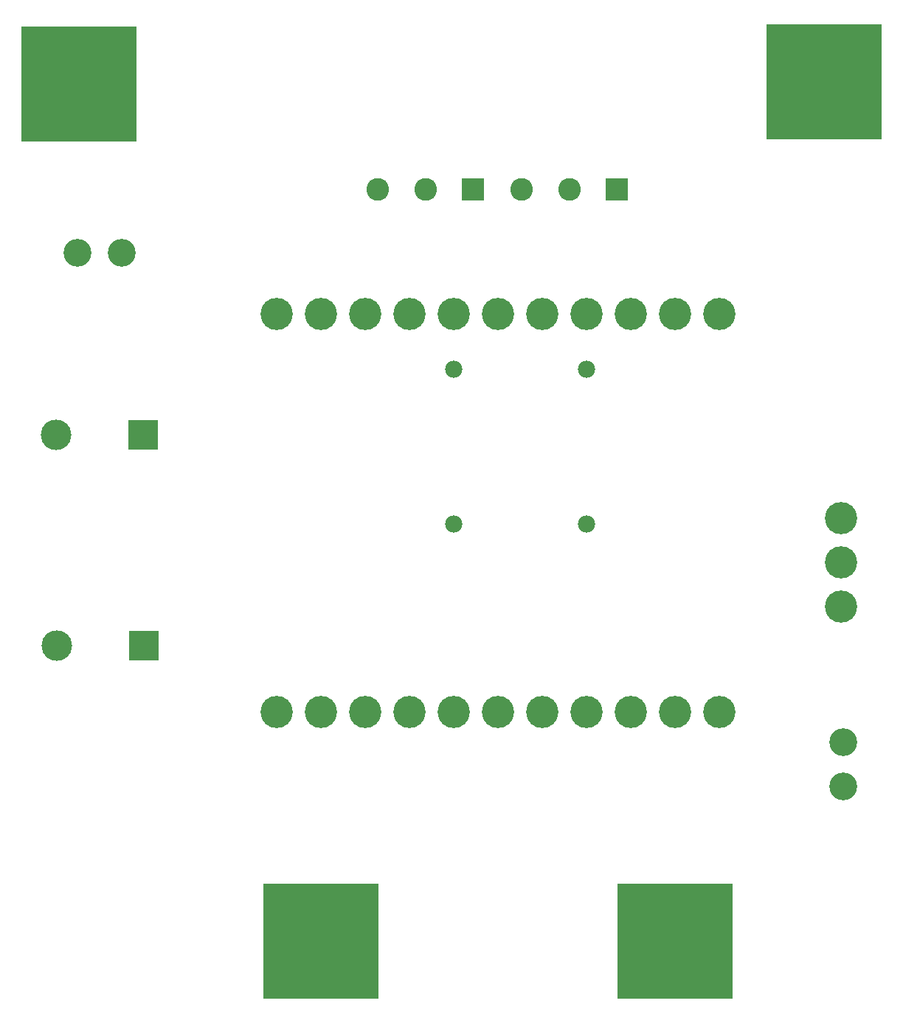
<source format=gbr>
G04 DipTrace 2.3.0.3*
%INBottomMask.gbr*%
%MOMM*%
%ADD31C,3.5*%
%ADD53C,3.2*%
%ADD55R,13.2X13.2*%
%ADD59C,3.7*%
%ADD61C,3.7*%
%ADD62C,1.978*%
%ADD64C,1.978*%
%ADD66C,2.6*%
%ADD68R,2.6X2.6*%
%ADD73R,3.5X3.5*%
%FSLAX53Y53*%
G04*
G71*
G90*
G75*
G01*
%LNBotMask*%
%LPD*%
D73*
X105410Y23495D3*
D31*
X95410D3*
D73*
X105330Y47705D3*
D31*
X95330D3*
D68*
X143192Y75883D3*
D66*
X137742D3*
X132292D3*
D68*
X159703D3*
D66*
X154253D3*
X148803D3*
D64*
X156210Y55245D3*
D62*
Y37465D3*
D64*
X140970D3*
D62*
Y55245D3*
D61*
X185420Y38100D3*
Y33020D3*
Y27940D3*
D59*
X120650Y61595D3*
X125730D3*
X130810D3*
X135890D3*
X140970D3*
X146050D3*
X151130D3*
X156210D3*
X161290D3*
X166370D3*
X171450D3*
Y15875D3*
X166370D3*
X161290D3*
X156210D3*
X151130D3*
X146050D3*
X140970D3*
X135890D3*
X130810D3*
X125730D3*
X120650D3*
D55*
X166370Y-10477D3*
X125730D3*
D53*
X97790Y68580D3*
X102870D3*
X185737Y12382D3*
Y7303D3*
D55*
X98000Y88000D3*
X183515Y88265D3*
M02*

</source>
